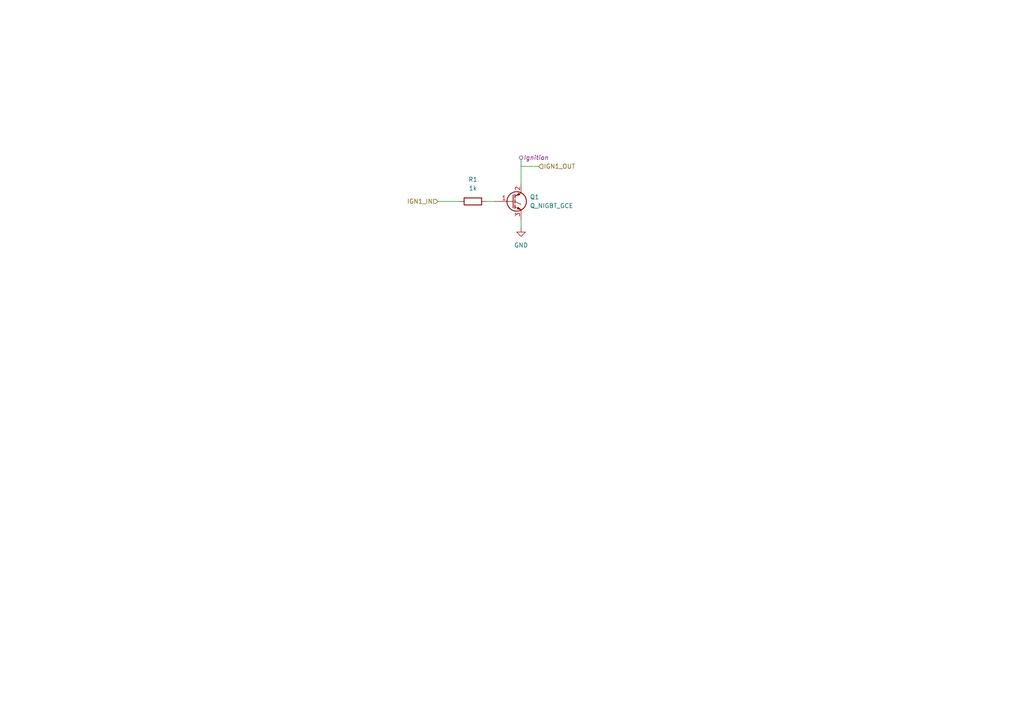
<source format=kicad_sch>
(kicad_sch (version 20230121) (generator eeschema)
  (paper "A4")
  (lib_symbols
    (symbol "Device:Q_NIGBT_GCE" (pin_names (offset 0) hide)
      (property "Reference" "Q" (at 5.08 1.27 0))
      (property "Value" "Q_NIGBT_GCE" (at 5.08 -1.27 0))
      (symbol "Q_NIGBT_GCE_0_1"
        (polyline (pts (xy 0.762 -1.016) (xy 0.762 -2.032)) (stroke (width 0.254)))
        (polyline (pts (xy 0.762 0.508) (xy 0.762 -0.508)) (stroke (width 0.254)))
        (polyline (pts (xy 0.762 2.032) (xy 0.762 1.016)) (stroke (width 0.254)))
        (polyline (pts (xy 2.54 -2.413) (xy 0.762 -1.524)))
        (polyline (pts (xy 2.54 -0.889) (xy 0.762 0)))
        (polyline (pts (xy 2.54 2.413) (xy 0.762 1.524)))
        (polyline (pts (xy 0.254 1.905) (xy 0.254 -1.905) (xy 0.254 -1.905)) (stroke (width 0.254)))
        (polyline (pts (xy 1.397 -2.159) (xy 1.651 -1.651) (xy 2.54 -2.413) (xy 1.397 -2.159)) (fill (type outline)))
        (polyline (pts (xy 2.159 1.905) (xy 1.905 2.413) (xy 1.016 1.651) (xy 2.159 1.905)) (fill (type outline)))
        (circle (center 1.27 0) (radius 2.8194) (stroke (width 0.254)))
      )
      (symbol "Q_NIGBT_GCE_1_1"
        (pin input line (at -5.08 0 0) (length 5.334) (name "G") (number "1"))
        (pin passive line (at 2.54 5.08 270) (length 2.54) (name "C") (number "2"))
        (pin passive line (at 2.54 -5.08 90) (length 2.54) (name "E") (number "3"))
      )
    )
    (symbol "Device:R" (pin_numbers hide) (pin_names (offset 0))
      (property "Reference" "R" (at 2.032 0 90))
      (property "Value" "R" (at 0 0 90))
      (symbol "R_0_1"
        (rectangle (start -1.016 -2.54) (end 1.016 2.54) (stroke (width 0.254)))
      )
      (symbol "R_1_1"
        (pin passive line (at 0 3.81 270) (length 1.27) (name "~") (number "1"))
        (pin passive line (at 0 -3.81 90) (length 1.27) (name "~") (number "2"))
      )
    )
    (symbol "power:GND" (power) (pin_names (offset 0))
      (property "Value" "GND" (at 0 -3.81 0))
      (symbol "GND_0_1"
        (polyline (pts (xy 0 0) (xy 0 -1.27) (xy 1.27 -1.27) (xy 0 -2.54) (xy -1.27 -1.27) (xy 0 -1.27)))
      )
      (symbol "GND_1_1"
        (pin power_in line (at 0 0 270) (length 0) hide (name "GND") (number "1"))
      )
    )
  )
  (wire (pts (xy 140.97 58.42) (xy 143.51 58.42)))
  (wire (pts (xy 151.13 53.34) (xy 151.13 48.26)))
  (wire (pts (xy 151.13 63.5) (xy 151.13 66.04)))
  (wire (pts (xy 127 58.42) (xy 133.35 58.42)))
  (wire (pts (xy 151.13 48.26) (xy 156.21 48.26)))
  (hierarchical_label "IGN1_OUT" (shape input) (at 156.21 48.26 0))
  (hierarchical_label "IGN1_IN" (shape input) (at 127 58.42 180))
  (netclass_flag "" (length 2.54) (shape round) (at 151.13 48.26 0) (property "Netclass" "Ignition" (at 151.8285 45.72 0) (effects (font italic) (justify left))))
  (symbol (lib_id "power:GND") (at 151.13 66.04 0) (unit 1)
    (property "Reference" "#PWR012" (effects hide))
    (property "Value" "GND" (at 151.13 71.12 0))
    (instances (project "balefi" (path "" (reference "#PWR012") (unit 1)) (path "" (reference "#PWR013") (unit 1))))
  )
  (symbol (lib_id "Device:Q_NIGBT_GCE") (at 148.59 58.42 0) (unit 1)
    (property "Reference" "Q1" (at 153.67 57.15 0) (effects (justify left)))
    (property "Value" "Q_NIGBT_GCE" (at 153.67 59.69 0) (effects (justify left)))
    (property "Footprint" "Package_TO_SOT_SMD:TO-252-2" (effects hide))
    (property "MPN" "RGPR30BM40HRTL" (effects hide))
    (property "Producent" "ROHM Semiconductor" (effects hide))
    (instances (project "balefi" (path "" (reference "Q1") (unit 1)) (path "" (reference "Q2") (unit 1))))
  )
  (symbol (lib_id "Device:R") (at 137.16 58.42 90) (unit 1)
    (property "Reference" "R1" (at 137.16 52.07 90))
    (property "Value" "1k" (at 137.16 54.61 90))
    (property "Footprint" "Resistor_SMD:R_0603_1608Metric" (effects hide))
    (property "MPN" "AC0603JR-071KL" (effects hide))
    (property "Producent" "YAGEO" (effects hide))
    (instances (project "balefi" (path "" (reference "R1") (unit 1)) (path "" (reference "R2") (unit 1))))
  )
)
</source>
